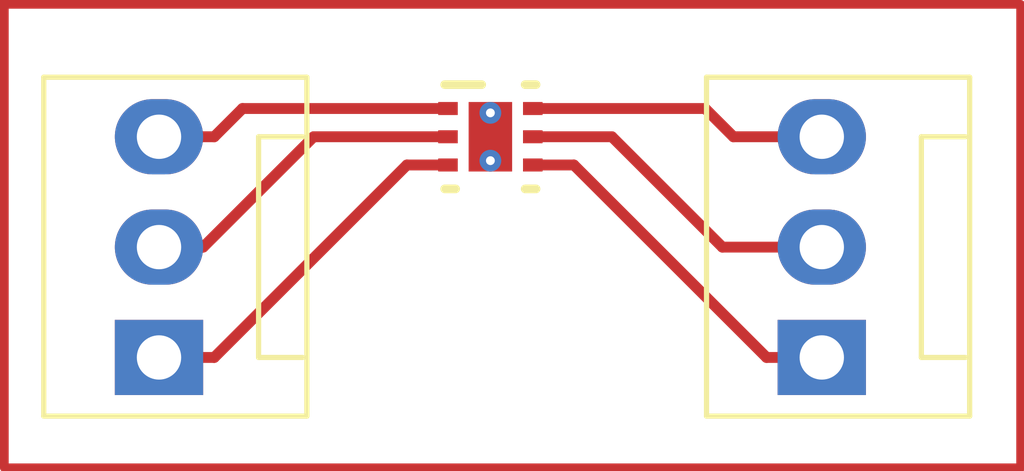
<source format=kicad_pcb>
(kicad_pcb (version 20221018) (generator pcbnew)
  (layers (0 "F.Cu" signal) (31 "B.Cu" signal) (34 "B.Paste" user) (35 "F.Paste" user) (36 "B.SilkS" user "B.Silkscreen") (37 "F.SilkS" user "F.Silkscreen") (38 "B.Mask" user) (39 "F.Mask" user) (44 "Edge.Cuts" user))
  (net 0 "")
  (footprint "VoltageRegs:LP5910-1.8DRVR" (layer "F.Cu") (at 53.34 35.56)
    (fp_text reference "REF**" hide)
    (fp_text value "DRV0006A" hide)
    (fp_line (start -1.05 -1.2) (end -0.2 -1.2) (stroke (width 0.2)) (layer "F.SilkS"))
    (fp_line (start -1.05 1.2) (end -0.800001 1.2) (stroke (width 0.2)) (layer "F.SilkS"))
    (fp_line (start 0.800001 -1.2) (end 1.05 -1.2) (stroke (width 0.2)) (layer "F.SilkS"))
    (fp_line (start 0.800001 1.2) (end 1.05 1.2) (stroke (width 0.2)) (layer "F.SilkS"))
    (pad "1" smd rect (at -0.974999 -0.650001 90) (size 0.299999 0.449999) (layers "F.Cu" "F.Paste" "F.Mask"))
    (pad "2" smd rect (at -0.974999 0 90) (size 0.299999 0.449999) (layers "F.Cu" "F.Paste" "F.Mask"))
    (pad "3" smd rect (at -0.974999 0.649999 90) (size 0.299999 0.449999) (layers "F.Cu" "F.Paste" "F.Mask"))
    (pad "4" smd rect (at 0.974999 0.649999 90) (size 0.299999 0.449999) (layers "F.Cu" "F.Paste" "F.Mask"))
    (pad "5" smd rect (at 0.974999 0 90) (size 0.299999 0.449999) (layers "F.Cu" "F.Paste" "F.Mask"))
    (pad "6" smd rect (at 0.974999 -0.650001 90) (size 0.299999 0.449999) (layers "F.Cu" "F.Paste" "F.Mask"))
    (pad "7" smd rect (at 0 0) (size 1 1.599999) (layers "F.Cu" "F.Paste" "F.Mask"))
    (pad "V" thru_hole circle (at 0 -0.549999) (size 0.499999 0.499999) (drill 0.2032) (layers "*.Cu" "*.Mask"))
    (pad "V" thru_hole circle (at 0 0.549999) (size 0.499999 0.499999) (drill 0.2032) (layers "*.Cu" "*.Mask"))
  )
  (footprint "Connector:FanPinHeader_1x03_P2.54mm_Vertical" (layer "F.Cu") (at 45.72 40.64 90)
    (fp_text reference "REF**" hide)
    (fp_text value "FanPinHeader_1x03_P2.54mm_Vertical" hide)
    (fp_line (start -1.35 -2.65) (end 6.45 -2.65) (stroke (width 0.12)) (layer "F.SilkS"))
    (fp_line (start -1.35 3.4) (end -1.35 -2.65) (stroke (width 0.12)) (layer "F.SilkS"))
    (fp_line (start 0 2.29) (end 5.08 2.29) (stroke (width 0.12)) (layer "F.SilkS"))
    (fp_line (start 0 3.3) (end 0 2.29) (stroke (width 0.12)) (layer "F.SilkS"))
    (fp_line (start 5.08 2.29) (end 5.08 3.3) (stroke (width 0.12)) (layer "F.SilkS"))
    (fp_line (start 6.45 -2.65) (end 6.45 3.4) (stroke (width 0.12)) (layer "F.SilkS"))
    (fp_line (start 6.45 3.4) (end -1.35 3.4) (stroke (width 0.12)) (layer "F.SilkS"))
    (pad "1" thru_hole rect (at 0 0 180) (size 2.03 1.73) (drill 1.02) (layers "*.Cu" "*.Mask"))
    (pad "2" thru_hole oval (at 2.54 0 180) (size 2.03 1.73) (drill 1.02) (layers "*.Cu" "*.Mask"))
    (pad "3" thru_hole oval (at 5.08 0 180) (size 2.03 1.73) (drill 1.02) (layers "*.Cu" "*.Mask"))
  )
  (footprint "Connector:FanPinHeader_1x03_P2.54mm_Vertical" (layer "F.Cu") (at 60.96 40.64 90)
    (fp_text reference "REF**" hide)
    (fp_text value "FanPinHeader_1x03_P2.54mm_Vertical" hide)
    (fp_line (start -1.35 -2.65) (end 6.45 -2.65) (stroke (width 0.12)) (layer "F.SilkS"))
    (fp_line (start -1.35 3.4) (end -1.35 -2.65) (stroke (width 0.12)) (layer "F.SilkS"))
    (fp_line (start 0 2.29) (end 5.08 2.29) (stroke (width 0.12)) (layer "F.SilkS"))
    (fp_line (start 0 3.3) (end 0 2.29) (stroke (width 0.12)) (layer "F.SilkS"))
    (fp_line (start 5.08 2.29) (end 5.08 3.3) (stroke (width 0.12)) (layer "F.SilkS"))
    (fp_line (start 6.45 -2.65) (end 6.45 3.4) (stroke (width 0.12)) (layer "F.SilkS"))
    (fp_line (start 6.45 3.4) (end -1.35 3.4) (stroke (width 0.12)) (layer "F.SilkS"))
    (pad "1" thru_hole rect (at 0 0 180) (size 2.03 1.73) (drill 1.02) (layers "*.Cu" "*.Mask"))
    (pad "2" thru_hole oval (at 2.54 0 180) (size 2.03 1.73) (drill 1.02) (layers "*.Cu" "*.Mask"))
    (pad "3" thru_hole oval (at 5.08 0 180) (size 2.03 1.73) (drill 1.02) (layers "*.Cu" "*.Mask"))
  )
  (gr_rect (start 42.164 32.512) (end 65.532 43.18) (stroke (width 0.2)) (fill none) (layer "F.Cu"))
  (segment (start 54.314999 36.209999) (end 55.259999 36.209999) (width 0.25) (layer "F.Cu") (net 0))
  (segment (start 56.134 35.56) (end 58.674 38.1) (width 0.25) (layer "F.Cu") (net 0))
  (segment (start 59.69 40.64) (end 60.96 40.64) (width 0.25) (layer "F.Cu") (net 0))
  (segment (start 46.99 35.56) (end 45.72 35.56) (width 0.25) (layer "F.Cu") (net 0))
  (segment (start 49.276 35.56) (end 52.365001 35.56) (width 0.25) (layer "F.Cu") (net 0))
  (segment (start 52.365001 34.909999) (end 47.640001 34.909999) (width 0.25) (layer "F.Cu") (net 0))
  (segment (start 54.314999 35.56) (end 56.134 35.56) (width 0.25) (layer "F.Cu") (net 0))
  (segment (start 45.72 38.1) (end 46.736 38.1) (width 0.25) (layer "F.Cu") (net 0))
  (segment (start 58.674 38.1) (end 60.96 38.1) (width 0.25) (layer "F.Cu") (net 0))
  (segment (start 46.736 38.1) (end 49.276 35.56) (width 0.25) (layer "F.Cu") (net 0))
  (segment (start 51.420001 36.209999) (end 52.365001 36.209999) (width 0.25) (layer "F.Cu") (net 0))
  (segment (start 45.72 40.64) (end 46.99 40.64) (width 0.25) (layer "F.Cu") (net 0))
  (segment (start 58.928 35.56) (end 60.96 35.56) (width 0.25) (layer "F.Cu") (net 0))
  (segment (start 55.259999 36.209999) (end 59.69 40.64) (width 0.25) (layer "F.Cu") (net 0))
  (segment (start 58.277999 34.909999) (end 58.928 35.56) (width 0.25) (layer "F.Cu") (net 0))
  (segment (start 46.99 40.64) (end 51.420001 36.209999) (width 0.25) (layer "F.Cu") (net 0))
  (segment (start 47.640001 34.909999) (end 46.99 35.56) (width 0.25) (layer "F.Cu") (net 0))
  (segment (start 54.314999 34.909999) (end 58.277999 34.909999) (width 0.25) (layer "F.Cu") (net 0))
)
</source>
